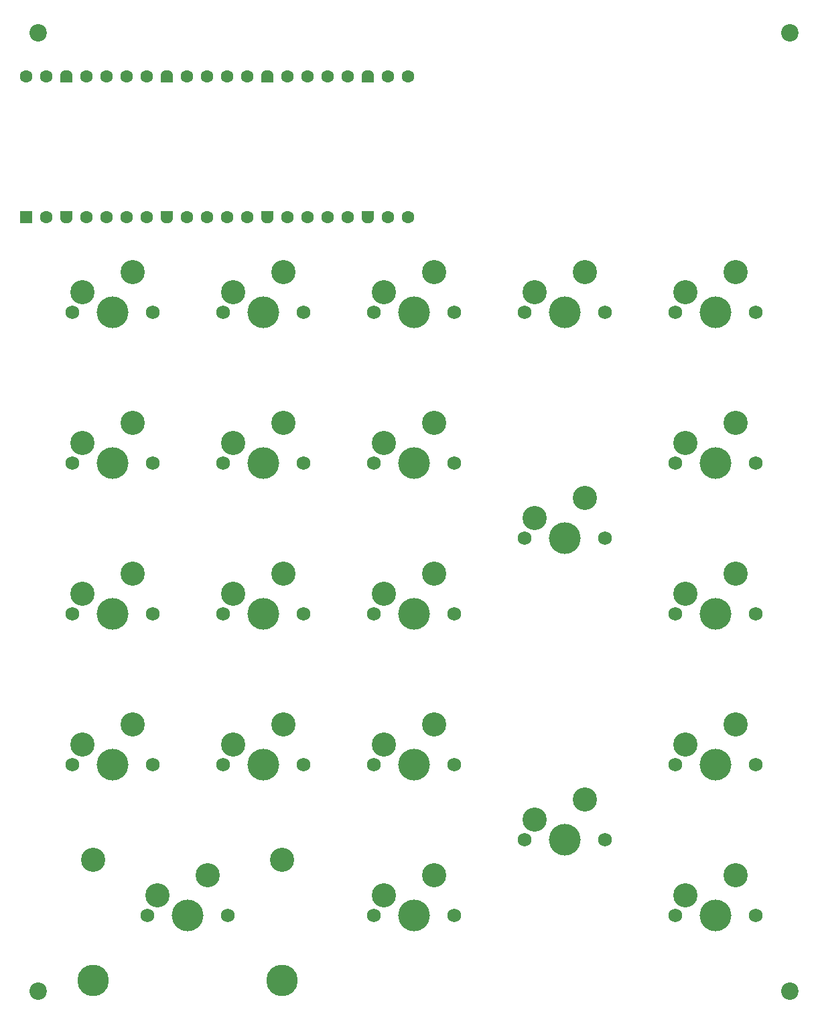
<source format=gts>
%TF.GenerationSoftware,KiCad,Pcbnew,9.0.6*%
%TF.CreationDate,2025-11-16T09:10:11-08:00*%
%TF.ProjectId,MacroPad,4d616372-6f50-4616-942e-6b696361645f,rev?*%
%TF.SameCoordinates,Original*%
%TF.FileFunction,Soldermask,Top*%
%TF.FilePolarity,Negative*%
%FSLAX46Y46*%
G04 Gerber Fmt 4.6, Leading zero omitted, Abs format (unit mm)*
G04 Created by KiCad (PCBNEW 9.0.6) date 2025-11-16 09:10:11*
%MOMM*%
%LPD*%
G01*
G04 APERTURE LIST*
G04 Aperture macros list*
%AMRoundRect*
0 Rectangle with rounded corners*
0 $1 Rounding radius*
0 $2 $3 $4 $5 $6 $7 $8 $9 X,Y pos of 4 corners*
0 Add a 4 corners polygon primitive as box body*
4,1,4,$2,$3,$4,$5,$6,$7,$8,$9,$2,$3,0*
0 Add four circle primitives for the rounded corners*
1,1,$1+$1,$2,$3*
1,1,$1+$1,$4,$5*
1,1,$1+$1,$6,$7*
1,1,$1+$1,$8,$9*
0 Add four rect primitives between the rounded corners*
20,1,$1+$1,$2,$3,$4,$5,0*
20,1,$1+$1,$4,$5,$6,$7,0*
20,1,$1+$1,$6,$7,$8,$9,0*
20,1,$1+$1,$8,$9,$2,$3,0*%
%AMFreePoly0*
4,1,37,0.000000,0.796148,0.078414,0.796148,0.232228,0.765552,0.377117,0.705537,0.507515,0.618408,0.618408,0.507515,0.705537,0.377117,0.765552,0.232228,0.796148,0.078414,0.796148,-0.078414,0.765552,-0.232228,0.705537,-0.377117,0.618408,-0.507515,0.507515,-0.618408,0.377117,-0.705537,0.232228,-0.765552,0.078414,-0.796148,0.000000,-0.796148,0.000000,-0.800000,-0.600000,-0.800000,
-0.603843,-0.796157,-0.639018,-0.796157,-0.711114,-0.766294,-0.766294,-0.711114,-0.796157,-0.639018,-0.796157,-0.603843,-0.800000,-0.600000,-0.800000,0.600000,-0.796157,0.603843,-0.796157,0.639018,-0.766294,0.711114,-0.711114,0.766294,-0.639018,0.796157,-0.603843,0.796157,-0.600000,0.800000,0.000000,0.800000,0.000000,0.796148,0.000000,0.796148,$1*%
%AMFreePoly1*
4,1,37,0.603843,0.796157,0.639018,0.796157,0.711114,0.766294,0.766294,0.711114,0.796157,0.639018,0.796157,0.603843,0.800000,0.600000,0.800000,-0.600000,0.796157,-0.603843,0.796157,-0.639018,0.766294,-0.711114,0.711114,-0.766294,0.639018,-0.796157,0.603843,-0.796157,0.600000,-0.800000,0.000000,-0.800000,0.000000,-0.796148,-0.078414,-0.796148,-0.232228,-0.765552,-0.377117,-0.705537,
-0.507515,-0.618408,-0.618408,-0.507515,-0.705537,-0.377117,-0.765552,-0.232228,-0.796148,-0.078414,-0.796148,0.078414,-0.765552,0.232228,-0.705537,0.377117,-0.618408,0.507515,-0.507515,0.618408,-0.377117,0.705537,-0.232228,0.765552,-0.078414,0.796148,0.000000,0.796148,0.000000,0.800000,0.600000,0.800000,0.603843,0.796157,0.603843,0.796157,$1*%
G04 Aperture macros list end*
%ADD10C,1.750000*%
%ADD11C,3.050000*%
%ADD12C,4.000000*%
%ADD13C,3.048000*%
%ADD14C,3.987800*%
%ADD15C,2.200000*%
%ADD16C,1.600000*%
%ADD17FreePoly0,90.000000*%
%ADD18FreePoly1,90.000000*%
%ADD19RoundRect,0.200000X0.600000X-0.600000X0.600000X0.600000X-0.600000X0.600000X-0.600000X-0.600000X0*%
G04 APERTURE END LIST*
D10*
%TO.C,SW16*%
X73315000Y-138400000D03*
D11*
X74585000Y-135860000D03*
D12*
X78395000Y-138400000D03*
D11*
X80935000Y-133320000D03*
D10*
X83475000Y-138400000D03*
%TD*%
D13*
%TO.C,ST19*%
X56932000Y-150465000D03*
D14*
X56932000Y-165675000D03*
D13*
X80808000Y-150465000D03*
D14*
X80808000Y-165675000D03*
%TD*%
D10*
%TO.C,SW6*%
X54265000Y-100300000D03*
D11*
X55535000Y-97760000D03*
D12*
X59345000Y-100300000D03*
D11*
X61885000Y-95220000D03*
D10*
X64425000Y-100300000D03*
%TD*%
D15*
%TO.C,REF\u002A\u002A*%
X145000000Y-46000000D03*
%TD*%
D10*
%TO.C,SW15*%
X54265000Y-138400000D03*
D11*
X55535000Y-135860000D03*
D12*
X59345000Y-138400000D03*
D11*
X61885000Y-133320000D03*
D10*
X64425000Y-138400000D03*
%TD*%
%TO.C,SW1*%
X54265000Y-81250000D03*
D11*
X55535000Y-78710000D03*
D12*
X59345000Y-81250000D03*
D11*
X61885000Y-76170000D03*
D10*
X64425000Y-81250000D03*
%TD*%
%TO.C,SW12*%
X92365000Y-119350000D03*
D11*
X93635000Y-116810000D03*
D12*
X97445000Y-119350000D03*
D11*
X99985000Y-114270000D03*
D10*
X102525000Y-119350000D03*
%TD*%
%TO.C,SW21*%
X111415000Y-147925000D03*
D11*
X112685000Y-145385000D03*
D12*
X116495000Y-147925000D03*
D11*
X119035000Y-142845000D03*
D10*
X121575000Y-147925000D03*
%TD*%
%TO.C,SW18*%
X130465000Y-138400000D03*
D11*
X131735000Y-135860000D03*
D12*
X135545000Y-138400000D03*
D11*
X138085000Y-133320000D03*
D10*
X140625000Y-138400000D03*
%TD*%
%TO.C,SW2*%
X73315000Y-81250000D03*
D11*
X74585000Y-78710000D03*
D12*
X78395000Y-81250000D03*
D11*
X80935000Y-76170000D03*
D10*
X83475000Y-81250000D03*
%TD*%
D15*
%TO.C,REF\u002A\u002A*%
X145000000Y-167000000D03*
%TD*%
D10*
%TO.C,SW19*%
X63790000Y-157450000D03*
D11*
X65060000Y-154910000D03*
D12*
X68870000Y-157450000D03*
D11*
X71410000Y-152370000D03*
D10*
X73950000Y-157450000D03*
%TD*%
D15*
%TO.C,REF\u002A\u002A*%
X50000000Y-46000000D03*
%TD*%
D10*
%TO.C,SW17*%
X92365000Y-138400000D03*
D11*
X93635000Y-135860000D03*
D12*
X97445000Y-138400000D03*
D11*
X99985000Y-133320000D03*
D10*
X102525000Y-138400000D03*
%TD*%
%TO.C,SW5*%
X130465000Y-81250000D03*
D11*
X131735000Y-78710000D03*
D12*
X135545000Y-81250000D03*
D11*
X138085000Y-76170000D03*
D10*
X140625000Y-81250000D03*
%TD*%
%TO.C,SW11*%
X73315000Y-119350000D03*
D11*
X74585000Y-116810000D03*
D12*
X78395000Y-119350000D03*
D11*
X80935000Y-114270000D03*
D10*
X83475000Y-119350000D03*
%TD*%
%TO.C,SW7*%
X73315000Y-100300000D03*
D11*
X74585000Y-97760000D03*
D12*
X78395000Y-100300000D03*
D11*
X80935000Y-95220000D03*
D10*
X83475000Y-100300000D03*
%TD*%
D16*
%TO.C,REF\u002A\u002A*%
X96680000Y-51470000D03*
X94140000Y-51470000D03*
D17*
X91600000Y-51470000D03*
D16*
X89060000Y-51470000D03*
X86520000Y-51470000D03*
X83980000Y-51470000D03*
X81440000Y-51470000D03*
D17*
X78900000Y-51470000D03*
D16*
X76360000Y-51470000D03*
X71280000Y-51470000D03*
X68740000Y-51470000D03*
D17*
X66200000Y-51470000D03*
D16*
X63660000Y-51470000D03*
X61120000Y-51470000D03*
X58580000Y-51470000D03*
X56040000Y-51470000D03*
D17*
X53500000Y-51470000D03*
D16*
X50960000Y-51470000D03*
X48420000Y-51470000D03*
D18*
X53500000Y-69250000D03*
X66200000Y-69250000D03*
X78900000Y-69250000D03*
X91600000Y-69250000D03*
D19*
X48420000Y-69250000D03*
D16*
X50960000Y-69250000D03*
X56040000Y-69250000D03*
X58580000Y-69250000D03*
X61120000Y-69250000D03*
X63660000Y-69250000D03*
X68740000Y-69250000D03*
X71280000Y-69250000D03*
X73820000Y-69250000D03*
X76360000Y-69250000D03*
X81440000Y-69250000D03*
X83980000Y-69250000D03*
X86520000Y-69250000D03*
X89060000Y-69250000D03*
X94140000Y-69250000D03*
X96680000Y-69250000D03*
X73820000Y-51470000D03*
%TD*%
D10*
%TO.C,SW4*%
X111415000Y-81250000D03*
D11*
X112685000Y-78710000D03*
D12*
X116495000Y-81250000D03*
D11*
X119035000Y-76170000D03*
D10*
X121575000Y-81250000D03*
%TD*%
%TO.C,SW10*%
X54265000Y-119350000D03*
D11*
X55535000Y-116810000D03*
D12*
X59345000Y-119350000D03*
D11*
X61885000Y-114270000D03*
D10*
X64425000Y-119350000D03*
%TD*%
%TO.C,SW14*%
X130465000Y-119350000D03*
D11*
X131735000Y-116810000D03*
D12*
X135545000Y-119350000D03*
D11*
X138085000Y-114270000D03*
D10*
X140625000Y-119350000D03*
%TD*%
%TO.C,SW13*%
X111415000Y-109825000D03*
D11*
X112685000Y-107285000D03*
D12*
X116495000Y-109825000D03*
D11*
X119035000Y-104745000D03*
D10*
X121575000Y-109825000D03*
%TD*%
%TO.C,SW3*%
X92365000Y-81250000D03*
D11*
X93635000Y-78710000D03*
D12*
X97445000Y-81250000D03*
D11*
X99985000Y-76170000D03*
D10*
X102525000Y-81250000D03*
%TD*%
%TO.C,SW20*%
X92365000Y-157450000D03*
D11*
X93635000Y-154910000D03*
D12*
X97445000Y-157450000D03*
D11*
X99985000Y-152370000D03*
D10*
X102525000Y-157450000D03*
%TD*%
%TO.C,SW8*%
X92365000Y-100300000D03*
D11*
X93635000Y-97760000D03*
D12*
X97445000Y-100300000D03*
D11*
X99985000Y-95220000D03*
D10*
X102525000Y-100300000D03*
%TD*%
%TO.C,SW22*%
X130465000Y-157450000D03*
D11*
X131735000Y-154910000D03*
D12*
X135545000Y-157450000D03*
D11*
X138085000Y-152370000D03*
D10*
X140625000Y-157450000D03*
%TD*%
D15*
%TO.C,REF\u002A\u002A*%
X50000000Y-167000000D03*
%TD*%
D10*
%TO.C,SW9*%
X130465000Y-100300000D03*
D11*
X131735000Y-97760000D03*
D12*
X135545000Y-100300000D03*
D11*
X138085000Y-95220000D03*
D10*
X140625000Y-100300000D03*
%TD*%
M02*

</source>
